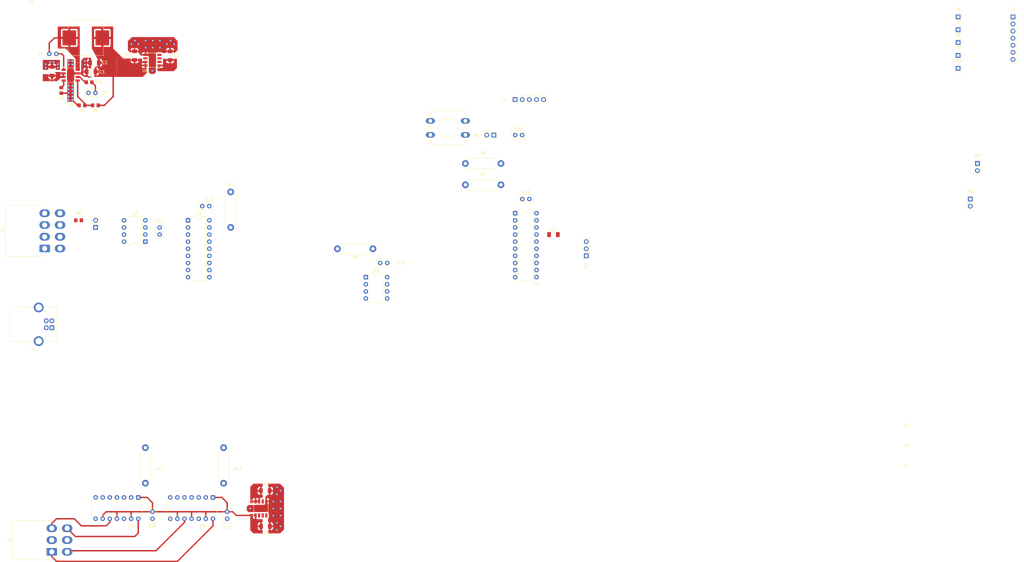
<source format=kicad_pcb>
(kicad_pcb (version 20241229) (generator "pcbnew") (generator_version "9.0")
  (layers (0 "F.Cu" signal) (2 "B.Cu" power) (13 "F.Paste" user) (15 "B.Paste" user) (5 "F.SilkS" user "F.Silkscreen") (7 "B.SilkS" user "B.Silkscreen") (1 "F.Mask" user) (3 "B.Mask" user) (25 "Edge.Cuts" user))
  (net 0 "")
  (net 1 "+12V")
  (net 2 "GND")
  (net 3 "+6.5V")
  (net 4 "Net-(U5-BST)")
  (net 5 "Net-(U5-SW)")
  (net 6 "Net-(C5-Pad2)")
  (net 7 "+5V")
  (net 8 "+5VA")
  (net 9 "Net-(U1-Vusb3v3)")
  (net 10 "Net-(JP1-A)")
  (net 12 "/USB_D+")
  (net 13 "VBUS")
  (net 15 "/USB_D-")
  (net 16 "/CAN_L")
  (net 17 "/Tach")
  (net 18 "/Speed")
  (net 19 "/CAN_H")
  (net 20 "/AN1")
  (net 21 "/AN4")
  (net 22 "/AN2")
  (net 23 "/AN3")
  (net 24 "/ICSP_~{MCLR}")
  (net 25 "/ICSP_CLK")
  (net 26 "/ICSP_DAT")
  (net 27 "/DAC1_~{CS}")
  (net 28 "/MISO")
  (net 29 "/ROM_~{CS}")
  (net 30 "/DAC2_~{CS}")
  (net 31 "/SCK")
  (net 32 "/MOSI")
  (net 33 "/CAN_~{CS}")
  (net 34 "/INT")
  (net 35 "Net-(JP5-B)")
  (net 36 "Net-(U5-FB)")
  (net 37 "Net-(U5-RT{slash}CLK)")
  (net 38 "/~{MCLR}")
  (net 39 "Net-(U5-COMP)")
  (net 41 "/CLK")
  (net 42 "/CAN_RX")
  (net 47 "/CAN_TX")
  (net 68 "/INT{slash}ICSP_CLK")
  (footprint "Connector_PinSocket_2.54mm:PinSocket_1x02_P2.54mm_Vertical" (layer "F.Cu") (at 55.88 134.62 180)
    (property "Reference" "JP5" (hide yes))
    (property "Value" "Term")
  )
  (footprint "Package_DIP:DIP-14_W7.62mm" (layer "F.Cu") (at 97.79 231.14 -90)
    (property "Reference" "U8")
    (property "Value" "MCP4912" (hide yes))
  )
  (footprint "Capacitor_THT:C_Disc_D5.0mm_W2.5mm_P2.50mm" (layer "F.Cu") (at 160.02 147.32 180)
    (property "Reference" "C15")
    (property "Value" "100n" (hide yes))
  )
  (footprint "Connector_PinSocket_2.54mm:PinSocket_1x02_P2.54mm_Vertical" (layer "F.Cu") (at 368.3 124.46)
    (property "Reference" "JP3")
    (property "Value" "USB_PWR")
  )
  (footprint "Capacitor_THT:C_Disc_D5.0mm_W2.5mm_P2.50mm" (layer "F.Cu") (at 93.98 127)
    (property "Reference" "C13")
    (property "Value" "100n" (hide yes))
  )
  (footprint "Connector_PinHeader_2.54mm:PinHeader_1x05_P2.54mm_Vertical" (layer "F.Cu") (at 205.74 88.9 90)
    (property "Reference" "J4")
    (property "Value" "ICSP")
  )
  (footprint "Capacitor_THT:C_Disc_D5.0mm_W2.5mm_P2.50mm" (layer "F.Cu") (at 76.2 236.26 -90)
    (property "Reference" "C16")
    (property "Value" "100n" (hide yes))
  )
  (footprint "Connector_PinSocket_2.54mm:PinSocket_1x03_P2.54mm_Vertical" (layer "F.Cu") (at 231.14 144.78 180)
    (property "Reference" "JP2")
    (property "Value" "Prog")
  )
  (footprint "Connector_PinSocket_2.54mm:PinSocket_1x07_P2.54mm_Vertical" (layer "F.Cu") (at 383.54 59.33)
    (property "Reference" "J5")
    (property "Value" "SPI debug")
  )
  (footprint "Resistor_SMD:R_0805_2012Metric_Pad1.20x1.40mm_HandSolder" (layer "F.Cu") (at 49.8 132.08 180)
    (property "Reference" "R8")
    (property "Value" "120" (hide yes))
  )
  (footprint "Resistor_SMD:R_0805_2012Metric_Pad1.20x1.40mm_HandSolder" (layer "F.Cu") (at 55.8165 90.9705)
    (property "Reference" "R1")
    (property "Value" "73k2" (hide yes))
  )
  (footprint "Connector_PinSocket_2.54mm:PinSocket_1x02_P2.54mm_Vertical" (layer "F.Cu") (at 198.12 101.6 -90)
    (property "Reference" "JP1")
    (property "Value" "~{Prog}")
  )
  (footprint "Capacitor_THT:C_Disc_D5.0mm_W2.5mm_P2.50mm" (layer "F.Cu") (at 39.3265 72.5555)
    (property "Reference" "C4")
    (property "Value" "100n" (hide yes))
  )
  (footprint "Capacitor_THT:C_Disc_D5.0mm_W2.5mm_P2.50mm" (layer "F.Cu") (at 205.74 101.6)
    (property "Reference" "C12")
    (property "Value" "100n" (hide yes))
  )
  (footprint "Capacitor_SMD:C_1206_3216Metric_Pad1.33x1.80mm_HandSolder" (layer "F.Cu") (at 219.4175 137.16)
    (property "Reference" "C11")
    (property "Value" "1u" (hide yes))
  )
  (footprint "Package_DIP:DIP-8_W7.62mm" (layer "F.Cu") (at 152.4 152.4)
    (property "Reference" "U4")
    (property "Value" "25LC160C" (hide yes))
  )
  (footprint "Resistor_THT:R_Axial_DIN0411_L9.9mm_D3.6mm_P12.70mm_Horizontal" (layer "F.Cu") (at 101.6 226.06 90)
    (property "Reference" "R10")
    (property "Value" "10k" (hide yes))
  )
  (footprint "Capacitor_SMD:C_1206_3216Metric_Pad1.33x1.80mm_HandSolder" (layer "F.Cu") (at 69.7865 73.1905 90)
    (property "Reference" "C6")
    (property "Value" "22u" (hide yes))
  )
  (footprint "Connector_PinSocket_2.54mm:PinSocket_1x01_P2.54mm_Vertical" (layer "F.Cu") (at 363.97 73.13)
    (property "Reference" "J9")
    (property "Value" "Conn_01x01_Socket")
  )
  (footprint "Capacitor_THT:C_Disc_D5.0mm_W2.5mm_P2.50mm" (layer "F.Cu") (at 53.3165 86.5255)
    (property "Reference" "C5")
    (property "Value" "100n" (hide yes))
  )
  (footprint "Resistor_SMD:R_0805_2012Metric_Pad1.20x1.40mm_HandSolder" (layer "F.Cu") (at 43.6245 85.6205 -90)
    (property "Reference" "R3")
    (property "Value" "50k" (hide yes))
  )
  (footprint "Button_Switch_THT:SW_PUSH-12mm" (layer "F.Cu") (at 175.46 96.52)
    (property "Reference" "SW1" (hide yes))
    (property "Value" "Reset")
  )
  (footprint "Resistor_SMD:R_0805_2012Metric_Pad1.20x1.40mm_HandSolder" (layer "F.Cu") (at 51.0065 90.9705)
    (property "Reference" "R2")
    (property "Value" "10k" (hide yes))
  )
  (footprint "Connector_PinSocket_2.54mm:PinSocket_1x01_P2.54mm_Vertical" (layer "F.Cu") (at 363.97 63.93)
    (property "Reference" "J7")
    (property "Value" "Conn_01x01_Socket")
  )
  (footprint "Connector_Molex:Molex_Mini-Fit_Jr_5569-06A2_2x03_P4.20mm_Horizontal" (layer "F.Cu") (at 40.22 250.58 90)
    (property "Reference" "J3")
    (property "Value" "Analog")
  )
  (footprint "Resistor_THT:R_Axial_DIN0411_L9.9mm_D3.6mm_P12.70mm_Horizontal" (layer "F.Cu") (at 73.66 226.06 90)
    (property "Reference" "R11")
    (property "Value" "10k" (hide yes))
  )
  (footprint "Connector_Molex:Molex_Mini-Fit_Jr_5569-08A2_2x04_P4.20mm_Horizontal" (layer "F.Cu") (at 37.68 142.14 90)
    (property "Reference" "J2")
    (property "Value" "Conn_02x04_Top_Bottom" (hide yes))
  )
  (footprint "Capacitor_THT:C_Disc_D5.0mm_W2.5mm_P2.50mm" (layer "F.Cu") (at 78.74 137.16 90)
    (property "Reference" "C14")
    (property "Value" "100n" (hide yes))
  )
  (footprint "Resistor_SMD:R_0805_2012Metric_Pad1.20x1.40mm_HandSolder" (layer "F.Cu") (at 53.5465 82.7155 180)
    (property "Reference" "R5")
    (property "Value" "12k" (hide yes))
  )
  (footprint "Package_DIP:DIP-14_W7.62mm" (layer "F.Cu") (at 71.12 231.14 -90)
    (property "Reference" "U9")
    (property "Value" "MCP4912" (hide yes))
  )
  (footprint "Connector_USB:USB_B_OST_USB-B1HSxx_Horizontal" (layer "F.Cu") (at 40.27 170.49 180)
    (property "Reference" "J1")
    (property "Value" "USB_B")
  )
  (footprint "Capacitor_SMD:C_1206_3216Metric_Pad1.33x1.80mm_HandSolder" (layer "F.Cu") (at 116.4975 228.75875)
    (property "Reference" "C8")
    (property "Value" "22u" (hide yes))
  )
  (footprint "MountingHole:MountingHole_3.2mm_M3_DIN965" (layer "F.Cu") (at 345.44 209.22)
    (property "Reference" "H2")
    (property "Value" "MountingHole")
  )
  (footprint "MountingHole:MountingHole_3.2mm_M3_DIN965" (layer "F.Cu") (at 345.44 216.37)
    (property "Reference" "H3")
    (property "Value" "MountingHole")
  )
  (footprint "Package_SO:Diodes_SO-8EP" (layer "F.Cu") (at 114.935 235.06625 90)
    (property "Reference" "U7")
    (property "Value" "AP7375Q" (hide yes))
  )
  (footprint "Connector_PinSocket_2.54mm:PinSocket_1x01_P2.54mm_Vertical" (layer "F.Cu") (at 363.97 77.73)
    (property "Reference" "J10")
    (property "Value" "Conn_01x01_Socket")
  )
  (footprint "MountingHole:MountingHole_3.2mm_M3_DIN965" (layer "F.Cu") (at 345.44 223.52)
    (property "Reference" "H4")
    (property "Value" "MountingHole")
  )
  (footprint "Connector_PinSocket_2.54mm:PinSocket_1x02_P2.54mm_Vertical" (layer "F.Cu") (at 370.84 111.76)
    (property "Reference" "JP4")
    (property "Value" "USB_PWR")
  )
  (footprint "Capacitor_SMD:C_1206_3216Metric_Pad1.33x1.80mm_HandSolder" (layer "F.Cu") (at 40.3225 78.7785 90)
    (property "Reference" "C1")
    (property "Value" "22u" (hide yes))
  )
  (footprint "Connector_PinSocket_2.54mm:PinSocket_1x01_P2.54mm_Vertical" (layer "F.Cu") (at 363.97 59.33)
    (property "Reference" "J6")
    (property "Value" "Conn_01x01_Socket")
  )
  (footprint "Package_DIP:DIP-20_W7.62mm" (layer "F.Cu") (at 205.74 129.54)
    (property "Reference" "U1")
    (property "Value" "PIC16F1459-IP" (hide yes))
  )
  (footprint "Package_SO:Diodes_SO-8EP" (layer "F.Cu") (at 46.969 80.1755)
    (property "Reference" "U5")
    (property "Value" "AP64100Q" (hide yes))
  )
  (footprint "Resistor_THT:R_Axial_DIN0411_L9.9mm_D3.6mm_P12.70mm_Horizontal" (layer "F.Cu") (at 154.94 142.24 180)
    (property "Reference" "R9")
    (property "Value" "10k")
  )
  (footprint "Inductor_SMD:L_Wuerth_WE-PD-Typ-LS_Handsoldering" (layer "F.Cu") (at 52.3875 66.8405)
    (property "Reference" "L1")
    (property "Value" "15u" (hide yes))
  )
  (footprint "Package_DIP:DIP-18_W7.62mm" (layer "F.Cu") (at 88.9 132.08)
    (property "Reference" "U2")
    (property "Value" "MCP2515-I/P" (hide yes))
  )
  (footprint "Capacitor_SMD:C_1206_3216Metric_Pad1.33x1.80mm_HandSolder" (layer "F.Cu") (at 54.254 78.9055)
    (property "Reference" "C3")
    (property "Value" "22u" (hide yes))
  )
  (footprint "Resistor_THT:R_Axial_DIN0411_L9.9mm_D3.6mm_P12.70mm_Horizontal" (layer "F.Cu") (at 104.14 121.92 -90)
    (property "Reference" "R7")
    (property "Value" "10k" (hide yes))
  )
  (footprint "Capacitor_THT:C_Disc_D5.0mm_W2.5mm_P2.50mm" (layer "F.Cu") (at 208.32 124.46)
    (property "Reference" "C10")
    (property "Value" "100n" (hide yes))
  )
  (footprint "Capacitor_SMD:C_1206_3216Metric_Pad1.33x1.80mm_HandSolder" (layer "F.Cu") (at 55.474 75.7305)
    (property "Reference" "C2")
    (property "Value" "22u" (hide yes))
  )
  (footprint "Connector_PinSocket_2.54mm:PinSocket_1x01_P2.54mm_Vertical" (layer "F.Cu") (at 363.97 68.53)
    (property "Reference" "J8")
    (property "Value" "Conn_01x01_Socket")
  )
  (footprint "Resistor_THT:R_Axial_DIN0411_L9.9mm_D3.6mm_P12.70mm_Horizontal" (layer "F.Cu") (at 200.66 111.76 180)
    (property "Reference" "R6")
    (property "Value" "10k" (hide yes))
  )
  (footprint "Capacitor_SMD:C_1206_3216Metric_Pad1.33x1.80mm_HandSolder" (layer "F.Cu") (at 116.5475 241.45875)
    (property "Reference" "C9")
    (property "Value" "22u" (hide yes))
  )
  (footprint "MountingHole:MountingHole_3.2mm_M3_DIN965" (layer "F.Cu") (at 32.9565 57.9505)
    (property "Reference" "H1")
    (property "Value" "MountingHole")
  )
  (footprint "Package_DIP:DIP-8_W7.62mm" (layer "F.Cu") (at 73.66 139.7 180)
    (property "Reference" "U3")
    (property "Value" "MCP2561-E-P" (hide yes))
  )
  (footprint "Capacitor_THT:C_Disc_D5.0mm_W2.5mm_P2.50mm" (layer "F.Cu") (at 102.87 236.26 -90)
    (property "Reference" "C17")
    (property "Value" "100n" (hide yes))
  )
  (footprint "Capacitor_SMD:C_1206_3216Metric_Pad1.33x1.80mm_HandSolder" (layer "F.Cu") (at 82.4865 73.1905 90)
    (property "Reference" "C7")
    (property "Value" "22u" (hide yes))
  )
  (footprint "Package_SO:Diodes_SO-8EP" (layer "F.Cu") (at 76.179 74.803 180)
    (property "Reference" "U6")
    (property "Value" "AP7375Q" (hide yes))
  )
  (footprint "Resistor_THT:R_Axial_DIN0411_L9.9mm_D3.6mm_P12.70mm_Horizontal" (layer "F.Cu") (at 187.96 119.38)
    (property "Reference" "R4")
    (property "Value" "220" (hide yes))
  )
  (segment (start 49.4665 90.9705) (end 47.5615 89.0655) (width 0.508) (layer "F.Cu") (net 2))
  (segment (start 54.0385 80.8105) (end 53.2765 80.8105) (width 0.508) (layer "F.Cu") (net 2))
  (segment (start 46.1965 86.6205) (end 46.2915 86.5255) (width 0.508) (layer "F.Cu") (net 2))
  (segment (start 53.2765 80.8105) (end 52.6915 80.2255) (width 0.508) (layer "F.Cu") (net 2))
  (segment (start 52.6915 80.2255) (end 52.6915 78.9055) (width 0.508) (layer "F.Cu") (net 2))
  (segment (start 50.0065 90.9705) (end 49.4665 90.9705) (width 0.508) (layer "F.Cu") (net 2))
  (segment (start 43.6245 86.6205) (end 46.1965 86.6205) (width 0.508) (layer "F.Cu") (net 2))
  (via (at 121.92 232.56875) (size 0.8128) (drill 0.4) (layers "F.Cu" "B.Cu") (net 2))
  (via (at 39.5605 75.4765) (size 0.8128) (drill 0.4) (layers "F.Cu" "B.Cu") (net 2))
  (via (at 47.5615 89.0655) (size 0.8128) (drill 0.4) (layers "F.Cu" "B.Cu") (net 2))
  (via (at 76.29525 70.358) (size 0.8128) (drill 0.4) (layers "F.Cu" "B.Cu") (net 2))
  (via (at 46.2915 89.0655) (size 0.8128) (drill 0.4) (layers "F.Cu" "B.Cu") (net 2))
  (via (at 120.65 227.48875) (size 0.8128) (drill 0.4) (layers "F.Cu" "B.Cu") (net 2))
  (via (at 46.2915 76.3655) (size 0.8128) (drill 0.4) (layers "F.Cu" "B.Cu") (net 2))
  (via (at 68.67525 69.088) (size 0.8128) (drill 0.4) (layers "F.Cu" "B.Cu") (net 2))
  (via (at 119.38 232.56875) (size 0.8128) (drill 0.4) (layers "F.Cu" "B.Cu") (net 2))
  (via (at 78.83525 67.818) (size 0.8128) (drill 0.4) (layers "F.Cu" "B.Cu") (net 2))
  (via (at 46.2915 85.2555) (size 0.8128) (drill 0.4) (layers "F.Cu" "B.Cu") (net 2))
  (via (at 78.83525 70.358) (size 0.8128) (drill 0.4) (layers "F.Cu" "B.Cu") (net 2))
  (via (at 120.65 242.72875) (size 0.8128) (drill 0.4) (layers "F.Cu" "B.Cu") (net 2))
  (via (at 52.0065 75.0955) (size 0.8128) (drill 0.4) (layers "F.Cu" "B.Cu") (net 2))
  (via (at 83.91525 69.088) (size 0.8128) (drill 0.4) (layers "F.Cu" "B.Cu") (net 2))
  (via (at 47.5615 76.3655) (size 0.8128) (drill 0.4) (layers "F.Cu" "B.Cu") (net 2))
  (via (at 121.92 241.45875) (size 0.8128) (drill 0.4) (layers "F.Cu" "B.Cu") (net 2))
  (via (at 73.75525 70.358) (size 0.8128) (drill 0.4) (layers "F.Cu" "B.Cu") (net 2))
  (via (at 47.5615 87.7955) (size 0.8128) (drill 0.4) (layers "F.Cu" "B.Cu") (net 2))
  (via (at 120.65 240.18875) (size 0.8128) (drill 0.4) (layers "F.Cu" "B.Cu") (net 2))
  (via (at 38.0365 77.5085) (size 0.8128) (drill 0.4) (layers "F.Cu" "B.Cu") (net 2))
  (via (at 71.21525 69.088) (size 0.8128) (drill 0.4) (layers "F.Cu" "B.Cu") (net 2))
  (via (at 120.65 230.02875) (size 0.8128) (drill 0.4) (layers "F.Cu" "B.Cu") (net 2))
  (via (at 47.5615 86.5255) (size 0.8128) (drill 0.4) (layers "F.Cu" "B.Cu") (net 2))
  (via (at 54.0385 80.8105) (size 0.8128) (drill 0.4) (layers "F.Cu" "B.Cu") (net 2))
  (via (at 38.0365 76.2385) (size 0.8128) (drill 0.4) (layers "F.Cu" "B.Cu") (net 2))
  (via (at 119.38 237.64875) (size 0.8128) (drill 0.4) (layers "F.Cu" "B.Cu") (net 2))
  (via (at 47.5615 85.2555) (size 0.8128) (drill 0.4) (layers "F.Cu" "B.Cu") (net 2))
  (via (at 119.38 235.10875) (size 0.8128) (drill 0.4) (layers "F.Cu" "B.Cu") (net 2))
  (via (at 76.29525 67.818) (size 0.8128) (drill 0.4) (layers "F.Cu" "B.Cu") (net 2))
  (via (at 121.92 228.75875) (size 0.8128) (drill 0.4) (layers "F.Cu" "B.Cu") (net 2))
  (via (at 52.0065 76.3655) (size 0.8128) (drill 0.4) (layers "F.Cu" "B.Cu") (net 2))
  (via (at 42.3545 76.2385) (size 0.8128) (drill 0.4) (layers "F.Cu" "B.Cu") (net 2))
  (via (at 46.2915 87.7955) (size 0.8128) (drill 0.4) (layers "F.Cu" "B.Cu") (net 2))
  (via (at 42.3545 77.5085) (size 0.8128) (drill 0.4) (layers "F.Cu" "B.Cu") (net 2))
  (via (at 121.92 235.10875) (size 0.8128) (drill 0.4) (layers "F.Cu" "B.Cu") (net 2))
  (via (at 46.2915 86.5255) (size 0.8128) (drill 0.4) (layers "F.Cu" "B.Cu") (net 2))
  (via (at 82.64525 67.818) (size 0.8128) (drill 0.4) (layers "F.Cu" "B.Cu") (net 2))
  (via (at 69.94525 67.818) (size 0.8128) (drill 0.4) (layers "F.Cu" "B.Cu") (net 2))
  (via (at 40.8305 75.4765) (size 0.8128) (drill 0.4) (layers "F.Cu" "B.Cu") (net 2))
  (via (at 76.1365 78.613) (size 0.8128) (drill 0.4) (layers "F.Cu" "B.Cu") (net 2))
  (via (at 46.2915 83.9855) (size 0.8128) (drill 0.4) (layers "F.Cu" "B.Cu") (net 2))
  (via (at 46.2915 75.0955) (size 0.8128) (drill 0.4) (layers "F.Cu" "B.Cu") (net 2))
  (via (at 121.92 237.64875) (size 0.8128) (drill 0.4) (layers "F.Cu" "B.Cu") (net 2))
  (via (at 47.5615 83.9855) (size 0.8128) (drill 0.4) (layers "F.Cu" "B.Cu") (net 2))
  (via (at 81.37525 69.088) (size 0.8128) (drill 0.4) (layers "F.Cu" "B.Cu") (net 2))
  (via (at 73.75525 67.818) (size 0.8128) (drill 0.4) (layers "F.Cu" "B.Cu") (net 2))
  (via (at 111.125 235.10875) (size 0.8128) (drill 0.4) (layers "F.Cu" "B.Cu") (net 2))
  (via (at 47.5615 75.0955) (size 0.8128) (drill 0.4) (layers "F.Cu" "B.Cu") (net 2))
  (segment (start 60.8965 78.9055) (end 55.8165 78.9055) (width 0.508) (layer "F.Cu") (net 3))
  (segment (start 62.1665 87.7955) (end 62.1665 80.1755) (width 0.508) (layer "F.Cu") (net 3))
  (segment (start 62.1665 80.1755) (end 60.8965 78.9055) (width 0.508) (layer "F.Cu") (net 3))
  (segment (start 56.8165 90.9705) (end 58.9915 90.9705) (width 0.508) (layer "F.Cu") (net 3))
  (segment (start 58.9915 90.9705) (end 62.1665 87.7955) (width 0.508) (layer "F.Cu") (net 3))
  (segment (start 44.4715 78.2705) (end 44.4715 73.2755) (width 0.508) (layer "F.Cu") (net 4))
  (segment (start 44.4715 73.2755) (end 43.7515 72.5555) (width 0.508) (layer "F.Cu") (net 4))
  (segment (start 43.7515 72.5555) (end 41.8265 72.5555) (width 0.508) (layer "F.Cu") (net 4))
  (segment (start 39.3265 72.5555) (end 39.3265 68.7255) (width 0.508) (layer "F.Cu") (net 5))
  (segment (start 41.2115 66.8405) (end 46.4875 66.8405) (width 0.508) (layer "F.Cu") (net 5))
  (segment (start 39.3265 68.7255) (end 41.2115 66.8405) (width 0.508) (layer "F.Cu") (net 5))
  (segment (start 55.8165 83.9855) (end 54.5465 82.7155) (width 0.508) (layer "F.Cu") (net 6))
  (segment (start 55.8165 86.5255) (end 55.8165 83.9855) (width 0.508) (layer "F.Cu") (net 6))
  (segment (start 90.17 238.76) (end 90.17 236.26) (width 0.508) (layer "F.Cu") (net 8))
  (segment (start 95.25 238.76) (end 95.25 236.26) (width 0.508) (layer "F.Cu") (net 8))
  (segment (start 85.09 236.26) (end 76.2 236.26) (width 0.508) (layer "F.Cu") (net 8))
  (segment (start 113.03 237.56375) (end 106.11875 237.56375) (width 0.508) (layer "F.Cu") (net 8))
  (segment (start 100.965 231.14) (end 102.87 233.045) (width 0.508) (layer "F.Cu") (net 8))
  (segment (start 68.58 238.76) (end 68.58 236.26) (width 0.508) (layer "F.Cu") (net 8))
  (segment (start 102.87 236.26) (end 95.25 236.26) (width 0.508) (layer "F.Cu") (net 8))
  (segment (start 102.87 233.045) (end 102.87 236.26) (width 0.508) (layer "F.Cu") (net 8))
  (segment (start 71.12 231.14) (end 74.295 231.14) (width 0.508) (layer "F.Cu") (net 8))
  (segment (start 97.79 231.14) (end 100.965 231.14) (width 0.508) (layer "F.Cu") (net 8))
  (segment (start 90.17 236.26) (end 85.09 236.26) (width 0.508) (layer "F.Cu") (net 8))
  (segment (start 74.295 231.14) (end 76.2 233.045) (width 0.508) (layer "F.Cu") (net 8))
  (segment (start 58.42 237.49) (end 58.42 238.76) (width 0.508) (layer "F.Cu") (net 8))
  (segment (start 63.5 236.26) (end 59.65 236.26) (width 0.508) (layer "F.Cu") (net 8))
  (segment (start 95.25 236.26) (end 90.17 236.26) (width 0.508) (layer "F.Cu") (net 8))
  (segment (start 76.2 236.26) (end 68.58 236.26) (width 0.508) (layer "F.Cu") (net 8))
  (segment (start 68.58 236.26) (end 63.5 236.26) (width 0.508) (layer "F.Cu") (net 8))
  (segment (start 106.11875 237.56375) (end 104.815 236.26) (width 0.508) (layer "F.Cu") (net 8))
  (segment (start 85.09 238.76) (end 85.09 236.26) (width 0.508) (layer "F.Cu") (net 8))
  (segment (start 104.815 236.26) (end 102.87 236.26) (width 0.508) (layer "F.Cu") (net 8))
  (segment (start 59.65 236.26) (end 58.42 237.49) (width 0.508) (layer "F.Cu") (net 8))
  (segment (start 63.5 238.76) (end 63.5 236.26) (width 0.508) (layer "F.Cu") (net 8))
  (segment (start 76.2 233.045) (end 76.2 236.26) (width 0.508) (layer "F.Cu") (net 8))
  (segment (start 97.79 238.76) (end 97.79 241.3) (width 0.508) (layer "F.Cu") (net 20))
  (segment (start 85.09 254) (end 41.91 254) (width 0.508) (layer "F.Cu") (net 20))
  (segment (start 40.22 252.31) (end 40.22 250.58) (width 0.508) (layer "F.Cu") (net 20))
  (segment (start 41.91 254) (end 40.22 252.31) (width 0.508) (layer "F.Cu") (net 20))
  (segment (start 97.79 241.3) (end 85.09 254) (width 0.508) (layer "F.Cu") (net 20))
  (segment (start 48.26 238.76) (end 41.91 238.76) (width 0.508) (layer "F.Cu") (net 21))
  (segment (start 50.8 241.3) (end 48.26 238.76) (width 0.508) (layer "F.Cu") (net 21))
  (segment (start 41.91 238.76) (end 40.22 240.45) (width 0.508) (layer "F.Cu") (net 21))
  (segment (start 60.96 240.03) (end 59.69 241.3) (width 0.508) (layer "F.Cu") (net 21))
  (segment (start 40.22 240.45) (end 40.22 242.18) (width 0.508) (layer "F.Cu") (net 21))
  (segment (start 59.69 241.3) (end 50.8 241.3) (width 0.508) (layer "F.Cu") (net 21))
  (segment (start 60.96 238.76) (end 60.96 240.03) (width 0.508) (layer "F.Cu") (net 21))
  (segment (start 87.63 238.76) (end 87.63 240.03) (width 0.508) (layer "F.Cu") (net 22))
  (segment (start 46.11 250.19) (end 45.72 250.58) (width 0.508) (layer "F.Cu") (net 22))
  (segment (start 87.63 240.03) (end 77.47 250.19) (width 0.508) (layer "F.Cu") (net 22))
  (segment (start 77.47 250.19) (end 46.11 250.19) (width 0.508) (layer "F.Cu") (net 22))
  (segment (start 69.85 245.11) (end 48.65 245.11) (width 0.508) (layer "F.Cu") (net 23))
  (segment (start 71.12 238.76) (end 71.12 243.84) (width 0.508) (layer "F.Cu") (net 23))
  (segment (start 48.65 245.11) (end 45.72 242.18) (width 0.508) (layer "F.Cu") (net 23))
  (segment (start 71.12 243.84) (end 69.85 245.11) (width 0.508) (layer "F.Cu") (net 23))
  (segment (start 49.4665 87.7955) (end 52.0065 90.3355) (width 0.508) (layer "F.Cu") (net 36))
  (segment (start 52.0065 90.9705) (end 54.8165 90.9705) (width 0.508) (layer "F.Cu") (net 36))
  (segment (start 49.4665 82.0805) (end 49.4665 87.7955) (width 0.508) (layer "F.Cu") (net 36))
  (segment (start 52.0065 90.3355) (end 52.0065 90.9705) (width 0.508) (layer "F.Cu") (net 36))
  (segment (start 44.4715 83.7735) (end 43.6245 84.6205) (width 0.508) (layer "F.Cu") (net 37))
  (segment (start 44.4715 82.0805) (end 44.4715 83.7735) (width 0.508) (layer "F.Cu") (net 37))
  (segment (start 50.2285 80.8105) (end 52.1335 82.7155) (width 0.508) (layer "F.Cu") (net 39))
  (segment (start 52.1335 82.7155) (end 52.5465 82.7155) (width 0.508) (layer "F.Cu") (net 39))
  (segment (start 49.4665 80.8105) (end 50.2285 80.8105) (width 0.508) (layer "F.Cu") (net 39))
  (zone (net 7) (net_name "+5V") (layer "F.Cu") (priority 9) (connect_pads (clearance 0.5)) (min_thickness 0.25) (fill yes (thermal_gap 0.508) (thermal_bridge_width 0.508) (island_removal_mode 1) (island_area_min 9.999999))
    (polygon (pts (xy 84.93125 74.295) (xy 84.93125 77.62875) (xy 83.82 78.74) (xy 77.94625 78.74) (xy 77.94625 76.2) (xy 79.85125 76.2) (xy 79.85125 74.295)))
  )
  (zone (net 2) (net_name "GND") (layer "F.Cu") (priority 7) (connect_pads yes (clearance 0.5)) (min_thickness 0.25) (fill yes (thermal_gap 0.508) (thermal_bridge_width 0.762) (island_removal_mode 1) (island_area_min 9.999999))
    (polygon (pts (xy 109.855 235.74375) (xy 110.49 236.37875) (xy 120.65 236.37875) (xy 120.65 231.29875) (xy 116.205 231.29875) (xy 116.205 233.83875) (xy 110.49 233.83875) (xy 109.855 234.47375)))
  )
  (zone (net 5) (net_name "Net-(U5-SW)") (layer "F.Cu") (priority 4) (connect_pads (clearance 0.5)) (min_thickness 0.25) (fill yes (thermal_gap 0.508) (thermal_bridge_width 0.762) (island_removal_mode 1) (island_area_min 9.999999))
    (polygon (pts (xy 48.7045 75.7305) (xy 48.7045 74.343269) (xy 45.1485 70.6505) (xy 42.3545 70.6505) (xy 42.3545 62.7765) (xy 50.2285 62.7765) (xy 50.2285 75.7305)))
  )
  (zone (net 2) (net_name "GND") (layer "F.Cu") (priority 8) (connect_pads (clearance 0.5)) (min_thickness 0.25) (fill yes (thermal_gap 0.508) (thermal_bridge_width 0.508) (island_removal_mode 1) (island_area_min 9.999999))
    (polygon (pts (xy 84.113688 72.263) (xy 85.18525 71.191438) (xy 85.18525 67.97675) (xy 83.7565 66.548) (xy 68.834 66.548) (xy 67.40525 67.97675) (xy 67.40525 71.3105) (xy 68.35775 72.263) (xy 71.21525 72.263) (xy 72.48525 73.533) (xy 74.39025 73.533) (xy 74.39025 72.263)))
  )
  (zone (net 2) (net_name "GND") (layer "F.Cu") (connect_pads (clearance 0.5)) (min_thickness 0.25) (fill yes (thermal_gap 0.508) (thermal_bridge_width 0.762) (island_removal_mode 1) (island_area_min 9.999999))
    (polygon (pts (xy 37.0205 78.2705) (xy 37.0205 74.7145) (xy 43.1165 74.7145) (xy 43.1165 78.2705)))
  )
  (zone (net 2) (net_name "GND") (layer "F.Cu") (priority 7) (connect_pads yes (clearance 0.5)) (min_thickness 0.25) (fill yes (thermal_gap 0.508) (thermal_bridge_width 0.762) (island_removal_mode 1) (island_area_min 9.999999))
    (polygon (pts (xy 76.7715 79.756) (xy 77.4065 79.121) (xy 77.4065 68.961) (xy 72.3265 68.961) (xy 72.3265 73.406) (xy 74.8665 73.406) (xy 74.8665 79.121) (xy 75.5015 79.756)))
  )
  (zone (net 3) (net_name "+6.5V") (layer "F.Cu") (priority 10) (connect_pads (clearance 0.5)) (min_thickness 0.25) (fill yes (thermal_gap 0.508) (thermal_bridge_width 0.508) (island_removal_mode 1) (island_area_min 9.999999))
    (polygon (pts (xy 63.4365 74.2065) (xy 72.5805 74.2065) (xy 72.5805 74.7145) (xy 74.2315 74.7145) (xy 74.2315 79.2865) (xy 72.7075 80.8105) (xy 63.4365 80.8105)))
  )
  (zone (net 2) (net_name "GND") (layer "F.Cu") (priority 2) (connect_pads (clearance 0.5)) (min_thickness 0.25) (fill yes (thermal_gap 0.508) (thermal_bridge_width 0.762))
    (polygon (pts (xy 48.9585 79.0325) (xy 50.292 79.0325) (xy 50.7365 78.588) (xy 50.7365 74.905) (xy 51.689 73.9525) (xy 54.2925 73.9525) (xy 54.2925 77.7625) (xy 53.2765 77.7625) (xy 53.2765 80.4295) (xy 52.8955 80.8105) (xy 51.7525 80.8105) (xy 50.7365 80.0485) (xy 48.9585 80.0485)))
  )
  (zone (net 2) (net_name "GND") (layer "F.Cu") (priority 8) (connect_pads (clearance 0.5)) (min_thickness 0.25) (fill yes (thermal_gap 0.508) (thermal_bridge_width 0.508) (island_removal_mode 1) (island_area_min 9.999999))
    (polygon (pts (xy 117.475 243.99875) (xy 121.76125 243.99875) (xy 123.19 242.57) (xy 123.19 227.6475) (xy 121.76125 226.21875) (xy 117.475 226.21875) (xy 117.475 230.02875) (xy 116.205 231.29875) (xy 116.205 233.20375) (xy 117.475 233.20375)))
  )
  (zone (net 5) (net_name "Net-(U5-SW)") (layer "F.Cu") (priority 3) (connect_pads yes (clearance 0.5)) (min_thickness 0.25) (fill yes (thermal_gap 0.508) (thermal_bridge_width 0.762) (island_removal_mode 1) (island_area_min 9.999999))
    (polygon (pts (xy 48.7045 78.7785) (xy 50.2285 78.7785) (xy 50.2285 74.4605) (xy 48.7045 74.4605)))
  )
  (zone (net 3) (net_name "+6.5V") (layer "F.Cu") (priority 5) (connect_pads (clearance 0.5)) (min_thickness 0.25) (fill yes (thermal_gap 0.508) (thermal_bridge_width 0.762) (island_removal_mode 1) (island_area_min 9.999999))
    (polygon (pts (xy 55.3085 80.8105) (xy 55.3085 77.7625) (xy 56.5785 76.4925) (xy 56.5785 74.424214) (xy 54.5465 70.6505) (xy 54.5465 62.7765) (xy 62.1665 62.7765) (xy 62.1665 70.6505) (xy 65.7225 74.2065) (xy 65.7225 80.8105)))
  )
  (zone (net 2) (net_name "GND") (layer "F.Cu") (priority 1) (connect_pads yes (clearance 0.5)) (min_thickness 0.25) (fill yes (thermal_gap 0.3048) (thermal_bridge_width 0.762))
    (polygon (pts (xy 45.7835 74.4605) (xy 45.7835 89.7005) (xy 48.0695 89.7005) (xy 48.0695 80.5565) (xy 48.4505 80.0485) (xy 50.3555 80.0485) (xy 50.3555 79.0325) (xy 48.4505 79.0325) (xy 48.0695 78.461) (xy 48.0695 74.4605)))
  )
  (zone (net 3) (net_name "+6.5V") (layer "F.Cu") (priority 10) (connect_pads (clearance 0.5)) (min_thickness 0.25) (fill yes (thermal_gap 0.508) (thermal_bridge_width 0.508) (island_removal_mode 1) (island_area_min 9.999999))
    (polygon (pts (xy 115.57 226.21875) (xy 115.57 231.29875) (xy 114.935 231.29875) (xy 114.935 233.20375) (xy 111.125 233.20375) (xy 111.125 227.33) (xy 112.23625 226.21875)))
  )
  (zone (net 1) (net_name "+12V") (layer "F.Cu") (priority 6) (connect_pads (clearance 0.5)) (min_thickness 0.25) (fill yes (thermal_gap 0.508) (thermal_bridge_width 0.762) (island_removal_mode 1) (island_area_min 9.999999))
    (polygon (pts (xy 37.0205 79.7945) (xy 40.3225 79.7945) (xy 41.592499 79.0325) (xy 44.6405 79.0325) (xy 44.6405 81.3185) (xy 43.3705 81.3185) (xy 42.1005 82.3345) (xy 37.0205 82.3345)))
  )
  (zone (net 8) (net_name "+5VA") (layer "F.Cu") (priority 9) (connect_pads (clearance 0.5)) (min_thickness 0.25) (fill yes (thermal_gap 0.508) (thermal_bridge_width 0.508) (island_removal_mode 1) (island_area_min 9.999999))
    (polygon (pts (xy 115.57 243.99875) (xy 112.23625 243.99875) (xy 111.125 242.8875) (xy 111.125 237.01375) (xy 113.665 237.01375) (xy 113.665 238.91875) (xy 115.57 238.91875)))
  )
)
</source>
